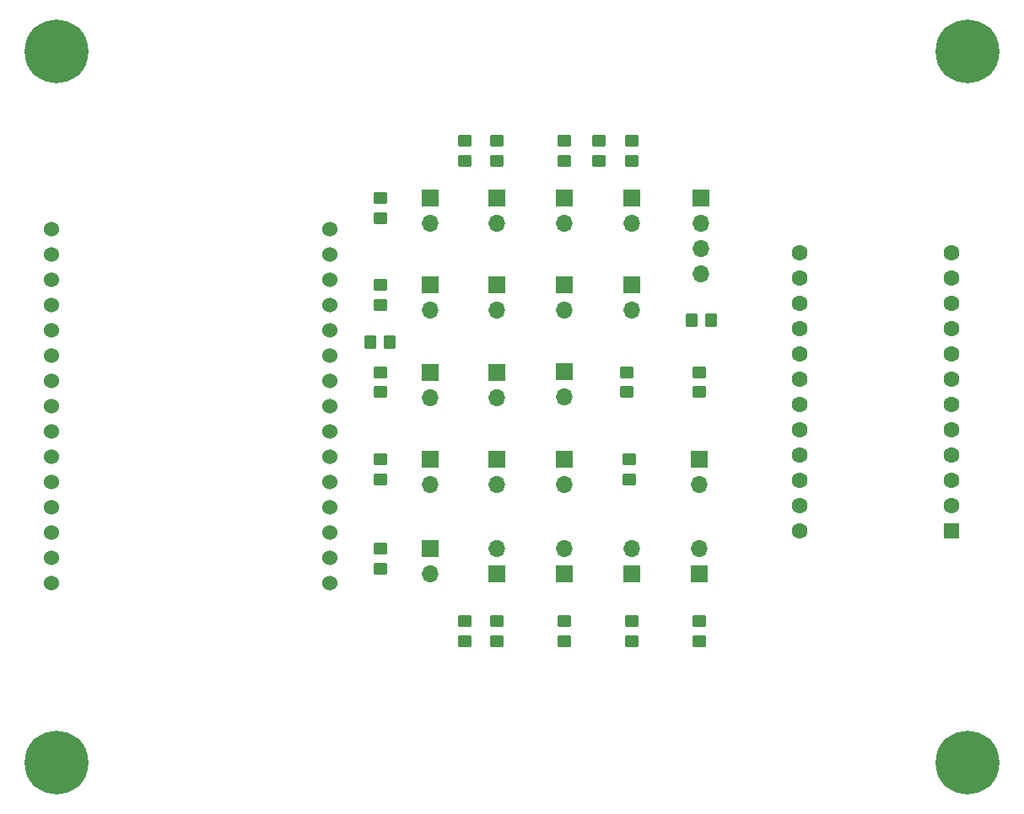
<source format=gbr>
%TF.GenerationSoftware,KiCad,Pcbnew,(6.0.1)*%
%TF.CreationDate,2023-02-06T14:24:32-05:00*%
%TF.ProjectId,Manette_JM,4d616e65-7474-4655-9f4a-4d2e6b696361,rev?*%
%TF.SameCoordinates,Original*%
%TF.FileFunction,Soldermask,Top*%
%TF.FilePolarity,Negative*%
%FSLAX46Y46*%
G04 Gerber Fmt 4.6, Leading zero omitted, Abs format (unit mm)*
G04 Created by KiCad (PCBNEW (6.0.1)) date 2023-02-06 14:24:32*
%MOMM*%
%LPD*%
G01*
G04 APERTURE LIST*
G04 Aperture macros list*
%AMRoundRect*
0 Rectangle with rounded corners*
0 $1 Rounding radius*
0 $2 $3 $4 $5 $6 $7 $8 $9 X,Y pos of 4 corners*
0 Add a 4 corners polygon primitive as box body*
4,1,4,$2,$3,$4,$5,$6,$7,$8,$9,$2,$3,0*
0 Add four circle primitives for the rounded corners*
1,1,$1+$1,$2,$3*
1,1,$1+$1,$4,$5*
1,1,$1+$1,$6,$7*
1,1,$1+$1,$8,$9*
0 Add four rect primitives between the rounded corners*
20,1,$1+$1,$2,$3,$4,$5,0*
20,1,$1+$1,$4,$5,$6,$7,0*
20,1,$1+$1,$6,$7,$8,$9,0*
20,1,$1+$1,$8,$9,$2,$3,0*%
G04 Aperture macros list end*
%ADD10C,0.800000*%
%ADD11C,6.400000*%
%ADD12R,1.700000X1.700000*%
%ADD13O,1.700000X1.700000*%
%ADD14RoundRect,0.250000X-0.450000X0.350000X-0.450000X-0.350000X0.450000X-0.350000X0.450000X0.350000X0*%
%ADD15R,1.600000X1.600000*%
%ADD16C,1.600000*%
%ADD17RoundRect,0.250000X0.350000X0.450000X-0.350000X0.450000X-0.350000X-0.450000X0.350000X-0.450000X0*%
%ADD18RoundRect,0.250000X0.450000X-0.350000X0.450000X0.350000X-0.450000X0.350000X-0.450000X-0.350000X0*%
%ADD19C,1.524000*%
%ADD20RoundRect,0.250000X-0.350000X-0.450000X0.350000X-0.450000X0.350000X0.450000X-0.350000X0.450000X0*%
G04 APERTURE END LIST*
D10*
%TO.C,H4*%
X197250000Y-37350000D03*
X198947056Y-41447056D03*
X198947056Y-38052944D03*
X199650000Y-39750000D03*
D11*
X197250000Y-39750000D03*
D10*
X197250000Y-42150000D03*
X195552944Y-38052944D03*
X195552944Y-41447056D03*
X194850000Y-39750000D03*
%TD*%
%TO.C,H3*%
X197250000Y-108850000D03*
X198947056Y-112947056D03*
X198947056Y-109552944D03*
X199650000Y-111250000D03*
D11*
X197250000Y-111250000D03*
D10*
X197250000Y-113650000D03*
X195552944Y-109552944D03*
X195552944Y-112947056D03*
X194850000Y-111250000D03*
%TD*%
%TO.C,H2*%
X105750000Y-108850000D03*
X107447056Y-112947056D03*
X107447056Y-109552944D03*
X108150000Y-111250000D03*
D11*
X105750000Y-111250000D03*
D10*
X105750000Y-113650000D03*
X104052944Y-109552944D03*
X104052944Y-112947056D03*
X103350000Y-111250000D03*
%TD*%
%TO.C,H1*%
X105750000Y-37350000D03*
X107447056Y-41447056D03*
X107447056Y-38052944D03*
X108150000Y-39750000D03*
D11*
X105750000Y-39750000D03*
D10*
X105750000Y-42150000D03*
X104052944Y-38052944D03*
X104052944Y-41447056D03*
X103350000Y-39750000D03*
%TD*%
D12*
%TO.C,J20*%
X170250000Y-80750000D03*
D13*
X170250000Y-83290000D03*
%TD*%
D12*
%TO.C,J2*%
X150000000Y-54500000D03*
D13*
X150000000Y-57040000D03*
%TD*%
D14*
%TO.C,R16*%
X150000000Y-97000000D03*
X150000000Y-99000000D03*
%TD*%
D12*
%TO.C,J10*%
X150000000Y-72000000D03*
D13*
X150000000Y-74540000D03*
%TD*%
D15*
%TO.C,U2*%
X195620000Y-87949999D03*
D16*
X195620000Y-85409999D03*
X195620000Y-82869999D03*
X195620000Y-80329999D03*
X195620000Y-77789999D03*
X195620000Y-75249999D03*
X195620000Y-72709999D03*
X195620000Y-70169999D03*
X195620000Y-67629999D03*
X195620000Y-65089999D03*
X195620000Y-62549999D03*
X195620000Y-60009999D03*
X180380000Y-60009999D03*
X180380000Y-62549999D03*
X180380000Y-65089999D03*
X180380000Y-67629999D03*
X180380000Y-70169999D03*
X180380000Y-72709999D03*
X180380000Y-75249999D03*
X180380000Y-77789999D03*
X180380000Y-80329999D03*
X180380000Y-82869999D03*
X180380000Y-85409999D03*
X180380000Y-87949999D03*
%TD*%
D17*
%TO.C,R10*%
X139250000Y-69000000D03*
X137250000Y-69000000D03*
%TD*%
D14*
%TO.C,R15*%
X138250000Y-89750000D03*
X138250000Y-91750000D03*
%TD*%
D12*
%TO.C,J11*%
X156750000Y-71985000D03*
D13*
X156750000Y-74525000D03*
%TD*%
D12*
%TO.C,J3*%
X156750000Y-54500000D03*
D13*
X156750000Y-57040000D03*
%TD*%
D12*
%TO.C,J1*%
X143250000Y-54500000D03*
D13*
X143250000Y-57040000D03*
%TD*%
D12*
%TO.C,J16*%
X150000000Y-92250000D03*
D13*
X150000000Y-89710000D03*
%TD*%
D18*
%TO.C,R4*%
X163500000Y-50750000D03*
X163500000Y-48750000D03*
%TD*%
D14*
%TO.C,R18*%
X163500000Y-97000000D03*
X163500000Y-99000000D03*
%TD*%
%TO.C,R14*%
X163250000Y-80750000D03*
X163250000Y-82750000D03*
%TD*%
D12*
%TO.C,J12*%
X143250000Y-80750000D03*
D13*
X143250000Y-83290000D03*
%TD*%
D19*
%TO.C,U1*%
X105280000Y-57680000D03*
X105280000Y-60220000D03*
X105280000Y-62760000D03*
X105280000Y-65300000D03*
X105280000Y-67840000D03*
X105280000Y-70380000D03*
X105280000Y-72920000D03*
X105280000Y-75460000D03*
X105280000Y-78000000D03*
X105280000Y-80540000D03*
X105280000Y-83080000D03*
X105280000Y-85620000D03*
X105280000Y-88160000D03*
X105280000Y-90700000D03*
X105280000Y-93240000D03*
X133220000Y-93240000D03*
X133220000Y-90700000D03*
X133220000Y-88160000D03*
X133220000Y-85620000D03*
X133220000Y-83080000D03*
X133220000Y-80540000D03*
X133220000Y-78000000D03*
X133220000Y-75460000D03*
X133220000Y-72920000D03*
X133220000Y-70380000D03*
X133220000Y-67840000D03*
X133220000Y-65300000D03*
X133220000Y-62760000D03*
X133220000Y-60220000D03*
X133220000Y-57680000D03*
%TD*%
D20*
%TO.C,R8*%
X169500000Y-66750000D03*
X171500000Y-66750000D03*
%TD*%
D14*
%TO.C,R1*%
X138250000Y-54500000D03*
X138250000Y-56500000D03*
%TD*%
%TO.C,R11*%
X163000000Y-72000000D03*
X163000000Y-74000000D03*
%TD*%
D12*
%TO.C,J15*%
X143250000Y-89750000D03*
D13*
X143250000Y-92290000D03*
%TD*%
D12*
%TO.C,J5*%
X143250000Y-63250000D03*
D13*
X143250000Y-65790000D03*
%TD*%
D12*
%TO.C,J21*%
X170500000Y-54525000D03*
D13*
X170500000Y-57065000D03*
X170500000Y-59605000D03*
X170500000Y-62145000D03*
%TD*%
D12*
%TO.C,J9*%
X143250000Y-72000000D03*
D13*
X143250000Y-74540000D03*
%TD*%
D14*
%TO.C,R12*%
X138250000Y-80750000D03*
X138250000Y-82750000D03*
%TD*%
%TO.C,R5*%
X138250000Y-63250000D03*
X138250000Y-65250000D03*
%TD*%
D12*
%TO.C,J6*%
X150000000Y-63250000D03*
D13*
X150000000Y-65790000D03*
%TD*%
D14*
%TO.C,R19*%
X170250000Y-97000000D03*
X170250000Y-99000000D03*
%TD*%
D12*
%TO.C,J4*%
X163500000Y-54500000D03*
D13*
X163500000Y-57040000D03*
%TD*%
D12*
%TO.C,J8*%
X163500000Y-63250000D03*
D13*
X163500000Y-65790000D03*
%TD*%
D14*
%TO.C,R17*%
X156750000Y-97000000D03*
X156750000Y-99000000D03*
%TD*%
D12*
%TO.C,J19*%
X170250000Y-92275000D03*
D13*
X170250000Y-89735000D03*
%TD*%
D18*
%TO.C,R7*%
X160250000Y-50750000D03*
X160250000Y-48750000D03*
%TD*%
D12*
%TO.C,J13*%
X150000000Y-80750000D03*
D13*
X150000000Y-83290000D03*
%TD*%
D14*
%TO.C,R20*%
X170250000Y-72000000D03*
X170250000Y-74000000D03*
%TD*%
D12*
%TO.C,J18*%
X163500000Y-92250000D03*
D13*
X163500000Y-89710000D03*
%TD*%
D14*
%TO.C,R9*%
X138250000Y-72000000D03*
X138250000Y-74000000D03*
%TD*%
D18*
%TO.C,R2*%
X150000000Y-50750000D03*
X150000000Y-48750000D03*
%TD*%
D12*
%TO.C,J7*%
X156750000Y-63250000D03*
D13*
X156750000Y-65790000D03*
%TD*%
D18*
%TO.C,R3*%
X156750000Y-50750000D03*
X156750000Y-48750000D03*
%TD*%
D14*
%TO.C,R13*%
X146750000Y-97000000D03*
X146750000Y-99000000D03*
%TD*%
D18*
%TO.C,R6*%
X146750000Y-50750000D03*
X146750000Y-48750000D03*
%TD*%
D12*
%TO.C,J14*%
X156750000Y-80750000D03*
D13*
X156750000Y-83290000D03*
%TD*%
D12*
%TO.C,J17*%
X156750000Y-92250000D03*
D13*
X156750000Y-89710000D03*
%TD*%
M02*

</source>
